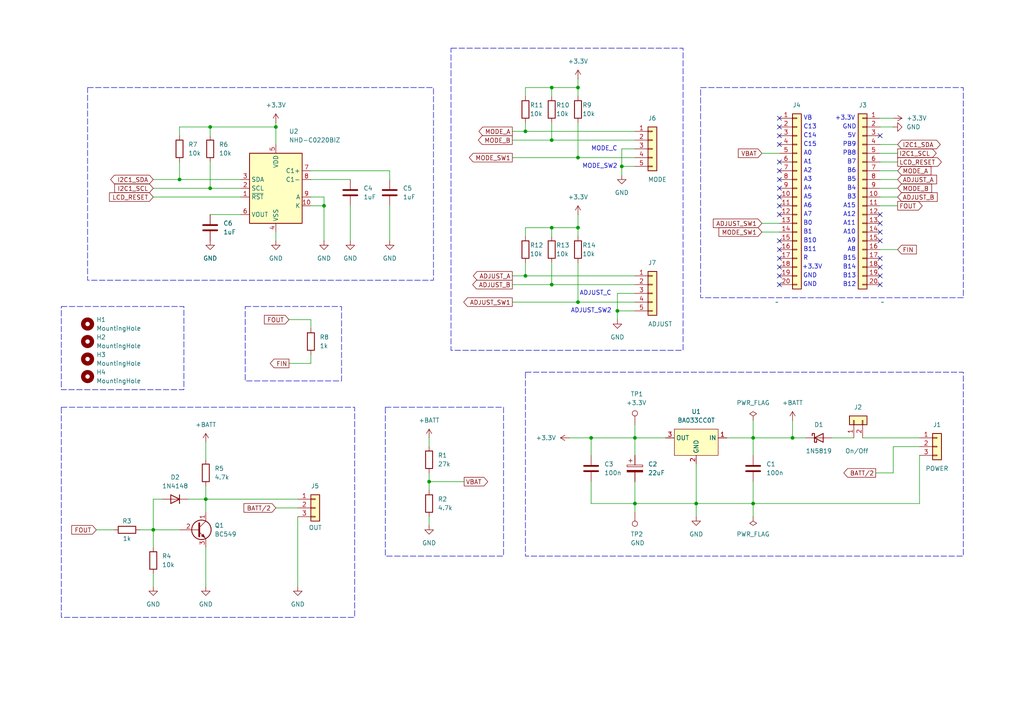
<source format=kicad_sch>
(kicad_sch (version 20231120) (generator "eeschema") (generator_version "8.0")
  (paper "A4")
  (lib_symbols
    (symbol "BA033:BA033CC0T"
      (property "Reference" "U" (at 0 3.81 0))
      (property "Value" "BA033CC0T" (at 6.35 -6.35 0))
      (symbol "BA033CC0T_0_1"
        (rectangle (start -6.35 2.54) (end 6.35 -5.08) (fill (type background)))
      )
      (symbol "BA033CC0T_1_1"
        (pin power_in line (at 8.89 0 180) (length 2.54) (name "IN") (number "1"))
        (pin power_in line (at 0 -7.62 90) (length 2.54) (name "GND") (number "2"))
        (pin power_out line (at -8.89 0 0) (length 2.54) (name "OUT") (number "3"))
      )
    )
    (symbol "Connector:TestPoint" (pin_numbers hide) (pin_names (offset 0.762) hide)
      (property "Reference" "TP" (at 0 6.858 0))
      (property "Value" "TestPoint" (at 0 5.08 0))
      (symbol "TestPoint_0_1"
        (circle (center 0 3.302) (radius 0.762))
      )
      (symbol "TestPoint_1_1"
        (pin passive line (at 0 0 90) (length 2.54) (name "1") (number "1"))
      )
    )
    (symbol "Connector_Generic:Conn_01x02" (pin_names (offset 1.016) hide)
      (property "Reference" "J" (at 0 2.54 0))
      (property "Value" "Conn_01x02" (at 0 -5.08 0))
      (symbol "Conn_01x02_1_1"
        (rectangle (start -1.27 -2.413) (end 0 -2.667) (stroke (width 0.1524)))
        (rectangle (start -1.27 0.127) (end 0 -0.127) (stroke (width 0.1524)))
        (rectangle (start -1.27 1.27) (end 1.27 -3.81) (stroke (width 0.254)) (fill (type background)))
        (pin passive line (at -5.08 0 0) (length 3.81) (name "Pin_1") (number "1"))
        (pin passive line (at -5.08 -2.54 0) (length 3.81) (name "Pin_2") (number "2"))
      )
    )
    (symbol "Connector_Generic:Conn_01x03" (pin_names (offset 1.016) hide)
      (property "Reference" "J" (at 0 5.08 0))
      (property "Value" "Conn_01x03" (at 0 -5.08 0))
      (symbol "Conn_01x03_1_1"
        (rectangle (start -1.27 -2.413) (end 0 -2.667) (stroke (width 0.1524)))
        (rectangle (start -1.27 0.127) (end 0 -0.127) (stroke (width 0.1524)))
        (rectangle (start -1.27 2.667) (end 0 2.413) (stroke (width 0.1524)))
        (rectangle (start -1.27 3.81) (end 1.27 -3.81) (stroke (width 0.254)) (fill (type background)))
        (pin passive line (at -5.08 2.54 0) (length 3.81) (name "Pin_1") (number "1"))
        (pin passive line (at -5.08 0 0) (length 3.81) (name "Pin_2") (number "2"))
        (pin passive line (at -5.08 -2.54 0) (length 3.81) (name "Pin_3") (number "3"))
      )
    )
    (symbol "Connector_Generic:Conn_01x05" (pin_names (offset 1.016) hide)
      (property "Reference" "J" (at 0 7.62 0))
      (property "Value" "Conn_01x05" (at 0 -7.62 0))
      (symbol "Conn_01x05_1_1"
        (rectangle (start -1.27 -4.953) (end 0 -5.207) (stroke (width 0.1524)))
        (rectangle (start -1.27 -2.413) (end 0 -2.667) (stroke (width 0.1524)))
        (rectangle (start -1.27 0.127) (end 0 -0.127) (stroke (width 0.1524)))
        (rectangle (start -1.27 2.667) (end 0 2.413) (stroke (width 0.1524)))
        (rectangle (start -1.27 5.207) (end 0 4.953) (stroke (width 0.1524)))
        (rectangle (start -1.27 6.35) (end 1.27 -6.35) (stroke (width 0.254)) (fill (type background)))
        (pin passive line (at -5.08 5.08 0) (length 3.81) (name "Pin_1") (number "1"))
        (pin passive line (at -5.08 2.54 0) (length 3.81) (name "Pin_2") (number "2"))
        (pin passive line (at -5.08 0 0) (length 3.81) (name "Pin_3") (number "3"))
        (pin passive line (at -5.08 -2.54 0) (length 3.81) (name "Pin_4") (number "4"))
        (pin passive line (at -5.08 -5.08 0) (length 3.81) (name "Pin_5") (number "5"))
      )
    )
    (symbol "Connector_Generic:Conn_01x20" (pin_names (offset 1.016) hide)
      (property "Reference" "J" (at 0 25.4 0))
      (property "Value" "Conn_01x20" (at 0 -27.94 0))
      (symbol "Conn_01x20_1_1"
        (rectangle (start -1.27 -25.273) (end 0 -25.527) (stroke (width 0.1524)))
        (rectangle (start -1.27 -22.733) (end 0 -22.987) (stroke (width 0.1524)))
        (rectangle (start -1.27 -20.193) (end 0 -20.447) (stroke (width 0.1524)))
        (rectangle (start -1.27 -17.653) (end 0 -17.907) (stroke (width 0.1524)))
        (rectangle (start -1.27 -15.113) (end 0 -15.367) (stroke (width 0.1524)))
        (rectangle (start -1.27 -12.573) (end 0 -12.827) (stroke (width 0.1524)))
        (rectangle (start -1.27 -10.033) (end 0 -10.287) (stroke (width 0.1524)))
        (rectangle (start -1.27 -7.493) (end 0 -7.747) (stroke (width 0.1524)))
        (rectangle (start -1.27 -4.953) (end 0 -5.207) (stroke (width 0.1524)))
        (rectangle (start -1.27 -2.413) (end 0 -2.667) (stroke (width 0.1524)))
        (rectangle (start -1.27 0.127) (end 0 -0.127) (stroke (width 0.1524)))
        (rectangle (start -1.27 2.667) (end 0 2.413) (stroke (width 0.1524)))
        (rectangle (start -1.27 5.207) (end 0 4.953) (stroke (width 0.1524)))
        (rectangle (start -1.27 7.747) (end 0 7.493) (stroke (width 0.1524)))
        (rectangle (start -1.27 10.287) (end 0 10.033) (stroke (width 0.1524)))
        (rectangle (start -1.27 12.827) (end 0 12.573) (stroke (width 0.1524)))
        (rectangle (start -1.27 15.367) (end 0 15.113) (stroke (width 0.1524)))
        (rectangle (start -1.27 17.907) (end 0 17.653) (stroke (width 0.1524)))
        (rectangle (start -1.27 20.447) (end 0 20.193) (stroke (width 0.1524)))
        (rectangle (start -1.27 22.987) (end 0 22.733) (stroke (width 0.1524)))
        (rectangle (start -1.27 24.13) (end 1.27 -26.67) (stroke (width 0.254)) (fill (type background)))
        (pin passive line (at -5.08 22.86 0) (length 3.81) (name "Pin_1") (number "1"))
        (pin passive line (at -5.08 0 0) (length 3.81) (name "Pin_10") (number "10"))
        (pin passive line (at -5.08 -2.54 0) (length 3.81) (name "Pin_11") (number "11"))
        (pin passive line (at -5.08 -5.08 0) (length 3.81) (name "Pin_12") (number "12"))
        (pin passive line (at -5.08 -7.62 0) (length 3.81) (name "Pin_13") (number "13"))
        (pin passive line (at -5.08 -10.16 0) (length 3.81) (name "Pin_14") (number "14"))
        (pin passive line (at -5.08 -12.7 0) (length 3.81) (name "Pin_15") (number "15"))
        (pin passive line (at -5.08 -15.24 0) (length 3.81) (name "Pin_16") (number "16"))
        (pin passive line (at -5.08 -17.78 0) (length 3.81) (name "Pin_17") (number "17"))
        (pin passive line (at -5.08 -20.32 0) (length 3.81) (name "Pin_18") (number "18"))
        (pin passive line (at -5.08 -22.86 0) (length 3.81) (name "Pin_19") (number "19"))
        (pin passive line (at -5.08 20.32 0) (length 3.81) (name "Pin_2") (number "2"))
        (pin passive line (at -5.08 -25.4 0) (length 3.81) (name "Pin_20") (number "20"))
        (pin passive line (at -5.08 17.78 0) (length 3.81) (name "Pin_3") (number "3"))
        (pin passive line (at -5.08 15.24 0) (length 3.81) (name "Pin_4") (number "4"))
        (pin passive line (at -5.08 12.7 0) (length 3.81) (name "Pin_5") (number "5"))
        (pin passive line (at -5.08 10.16 0) (length 3.81) (name "Pin_6") (number "6"))
        (pin passive line (at -5.08 7.62 0) (length 3.81) (name "Pin_7") (number "7"))
        (pin passive line (at -5.08 5.08 0) (length 3.81) (name "Pin_8") (number "8"))
        (pin passive line (at -5.08 2.54 0) (length 3.81) (name "Pin_9") (number "9"))
      )
    )
    (symbol "Device:C" (pin_numbers hide) (pin_names (offset 0.254))
      (property "Reference" "C" (at 0.635 2.54 0))
      (property "Value" "C" (at 0.635 -2.54 0))
      (symbol "C_0_1"
        (polyline (pts (xy -2.032 -0.762) (xy 2.032 -0.762)) (stroke (width 0.508)))
        (polyline (pts (xy -2.032 0.762) (xy 2.032 0.762)) (stroke (width 0.508)))
      )
      (symbol "C_1_1"
        (pin passive line (at 0 3.81 270) (length 2.794) (name "~") (number "1"))
        (pin passive line (at 0 -3.81 90) (length 2.794) (name "~") (number "2"))
      )
    )
    (symbol "Device:C_Polarized" (pin_numbers hide) (pin_names (offset 0.254))
      (property "Reference" "C" (at 0.635 2.54 0))
      (property "Value" "C_Polarized" (at 0.635 -2.54 0))
      (symbol "C_Polarized_0_1"
        (rectangle (start -2.286 0.508) (end 2.286 1.016))
        (polyline (pts (xy -1.778 2.286) (xy -0.762 2.286)))
        (polyline (pts (xy -1.27 2.794) (xy -1.27 1.778)))
        (rectangle (start 2.286 -0.508) (end -2.286 -1.016) (fill (type outline)))
      )
      (symbol "C_Polarized_1_1"
        (pin passive line (at 0 3.81 270) (length 2.794) (name "~") (number "1"))
        (pin passive line (at 0 -3.81 90) (length 2.794) (name "~") (number "2"))
      )
    )
    (symbol "Device:R" (pin_numbers hide) (pin_names (offset 0))
      (property "Reference" "R" (at 2.032 0 90))
      (property "Value" "R" (at 0 0 90))
      (symbol "R_0_1"
        (rectangle (start -1.016 -2.54) (end 1.016 2.54) (stroke (width 0.254)))
      )
      (symbol "R_1_1"
        (pin passive line (at 0 3.81 270) (length 1.27) (name "~") (number "1"))
        (pin passive line (at 0 -3.81 90) (length 1.27) (name "~") (number "2"))
      )
    )
    (symbol "Diode:1N4148" (pin_numbers hide) (pin_names hide)
      (property "Reference" "D" (at 0 2.54 0))
      (property "Value" "1N4148" (at 0 -2.54 0))
      (symbol "1N4148_0_1"
        (polyline (pts (xy -1.27 1.27) (xy -1.27 -1.27)) (stroke (width 0.254)))
        (polyline (pts (xy 1.27 0) (xy -1.27 0)))
        (polyline (pts (xy 1.27 1.27) (xy 1.27 -1.27) (xy -1.27 0) (xy 1.27 1.27)) (stroke (width 0.254)))
      )
      (symbol "1N4148_1_1"
        (pin passive line (at -3.81 0 0) (length 2.54) (name "K") (number "1"))
        (pin passive line (at 3.81 0 180) (length 2.54) (name "A") (number "2"))
      )
    )
    (symbol "Diode:1N5819" (pin_numbers hide) (pin_names (offset 1.016) hide)
      (property "Reference" "D" (at 0 2.54 0))
      (property "Value" "1N5819" (at 0 -2.54 0))
      (symbol "1N5819_0_1"
        (polyline (pts (xy 1.27 0) (xy -1.27 0)))
        (polyline (pts (xy 1.27 1.27) (xy 1.27 -1.27) (xy -1.27 0) (xy 1.27 1.27)) (stroke (width 0.254)))
        (polyline (pts (xy -1.905 0.635) (xy -1.905 1.27) (xy -1.27 1.27) (xy -1.27 -1.27) (xy -0.635 -1.27) (xy -0.635 -0.635)) (stroke (width 0.254)))
      )
      (symbol "1N5819_1_1"
        (pin passive line (at -3.81 0 0) (length 2.54) (name "K") (number "1"))
        (pin passive line (at 3.81 0 180) (length 2.54) (name "A") (number "2"))
      )
    )
    (symbol "Display_Character:NHD-C0220BIZ"
      (property "Reference" "U" (at -6.35 11.43 0))
      (property "Value" "NHD-C0220BIZ" (at 8.89 11.43 0))
      (symbol "NHD-C0220BIZ_0_1"
        (rectangle (start -7.62 10.16) (end 7.62 -10.16) (stroke (width 0.254)) (fill (type background)))
      )
      (symbol "NHD-C0220BIZ_1_1"
        (pin input line (at -10.16 -2.54 0) (length 2.54) (name "~{RST}") (number "1"))
        (pin passive line (at 10.16 -5.08 180) (length 2.54) (name "K") (number "10"))
        (pin input line (at -10.16 0 0) (length 2.54) (name "SCL") (number "2"))
        (pin bidirectional line (at -10.16 2.54 0) (length 2.54) (name "SDA") (number "3"))
        (pin power_in line (at 0 -12.7 90) (length 2.54) (name "VSS") (number "4"))
        (pin power_in line (at 0 12.7 270) (length 2.54) (name "VDD") (number "5"))
        (pin passive line (at -10.16 -7.62 0) (length 2.54) (name "VOUT") (number "6"))
        (pin passive line (at 10.16 5.08 180) (length 2.54) (name "C1+") (number "7"))
        (pin passive line (at 10.16 2.54 180) (length 2.54) (name "C1-") (number "8"))
        (pin passive line (at 10.16 -2.54 180) (length 2.54) (name "A") (number "9"))
      )
    )
    (symbol "Mechanical:MountingHole" (pin_names (offset 1.016)) (exclude_from_sim yes) (in_bom no)
      (property "Reference" "H" (at 0 5.08 0))
      (property "Value" "MountingHole" (at 0 3.175 0))
      (symbol "MountingHole_0_1"
        (circle (center 0 0) (radius 1.27) (stroke (width 1.27)))
      )
    )
    (symbol "Transistor_BJT:BC549" (pin_names (offset 0) hide)
      (property "Reference" "Q" (at 5.08 1.905 0))
      (property "Value" "BC549" (at 5.08 0 0))
      (symbol "BC549_0_1"
        (polyline (pts (xy 0 0) (xy 0.635 0)))
        (polyline (pts (xy 0.635 0.635) (xy 2.54 2.54)))
        (polyline (pts (xy 0.635 -0.635) (xy 2.54 -2.54) (xy 2.54 -2.54)))
        (polyline (pts (xy 0.635 1.905) (xy 0.635 -1.905) (xy 0.635 -1.905)) (stroke (width 0.508)))
        (polyline (pts (xy 1.27 -1.778) (xy 1.778 -1.27) (xy 2.286 -2.286) (xy 1.27 -1.778) (xy 1.27 -1.778)) (fill (type outline)))
        (circle (center 1.27 0) (radius 2.8194) (stroke (width 0.254)))
      )
      (symbol "BC549_1_1"
        (pin passive line (at 2.54 5.08 270) (length 2.54) (name "C") (number "1"))
        (pin input line (at -5.08 0 0) (length 5.08) (name "B") (number "2"))
        (pin passive line (at 2.54 -5.08 90) (length 2.54) (name "E") (number "3"))
      )
    )
    (symbol "power:+3.3V" (power) (pin_numbers hide) (pin_names (offset 0) hide)
      (property "Value" "+3.3V" (at 0 3.556 0))
      (symbol "+3.3V_0_1"
        (polyline (pts (xy -0.762 1.27) (xy 0 2.54)))
        (polyline (pts (xy 0 0) (xy 0 2.54)))
        (polyline (pts (xy 0 2.54) (xy 0.762 1.27)))
      )
      (symbol "+3.3V_1_1"
        (pin power_in line (at 0 0 90) (length 0) (name "~") (number "1"))
      )
    )
    (symbol "power:+BATT" (power) (pin_numbers hide) (pin_names (offset 0) hide)
      (property "Value" "+BATT" (at 0 3.556 0))
      (symbol "+BATT_0_1"
        (polyline (pts (xy -0.762 1.27) (xy 0 2.54)))
        (polyline (pts (xy 0 0) (xy 0 2.54)))
        (polyline (pts (xy 0 2.54) (xy 0.762 1.27)))
      )
      (symbol "+BATT_1_1"
        (pin power_in line (at 0 0 90) (length 0) (name "~") (number "1"))
      )
    )
    (symbol "power:GND" (power) (pin_numbers hide) (pin_names (offset 0) hide)
      (property "Value" "GND" (at 0 -3.81 0))
      (symbol "GND_0_1"
        (polyline (pts (xy 0 0) (xy 0 -1.27) (xy 1.27 -1.27) (xy 0 -2.54) (xy -1.27 -1.27) (xy 0 -1.27)))
      )
      (symbol "GND_1_1"
        (pin power_in line (at 0 0 270) (length 0) (name "~") (number "1"))
      )
    )
    (symbol "power:PWR_FLAG" (power) (pin_numbers hide) (pin_names (offset 0) hide)
      (property "Value" "PWR_FLAG" (at 0 3.81 0))
      (symbol "PWR_FLAG_0_0"
        (pin power_out line (at 0 0 90) (length 0) (name "~") (number "1"))
      )
      (symbol "PWR_FLAG_0_1"
        (polyline (pts (xy 0 0) (xy 0 1.27) (xy -1.016 1.905) (xy 0 2.54) (xy 1.016 1.905) (xy 0 1.27)))
      )
    )
  )
  (junction (at 180.34 48.26))
  (junction (at 160.02 40.64))
  (junction (at 60.96 54.61))
  (junction (at 160.02 25.4))
  (junction (at 167.64 45.72))
  (junction (at 201.93 146.05))
  (junction (at 184.15 146.05))
  (junction (at 160.02 82.55))
  (junction (at 60.96 36.83))
  (junction (at 44.45 153.67))
  (junction (at 167.64 25.4))
  (junction (at 80.01 36.83))
  (junction (at 229.87 127))
  (junction (at 171.45 127))
  (junction (at 124.46 139.7))
  (junction (at 179.07 90.17))
  (junction (at 59.69 144.78))
  (junction (at 52.07 52.07))
  (junction (at 152.4 80.01))
  (junction (at 218.44 127))
  (junction (at 152.4 38.1))
  (junction (at 93.98 59.69))
  (junction (at 167.64 66.04))
  (junction (at 218.44 146.05))
  (junction (at 167.64 87.63))
  (junction (at 160.02 66.04))
  (junction (at 184.15 127))
  (no_connect (at 226.06 39.37))
  (no_connect (at 226.06 36.83))
  (no_connect (at 226.06 52.07))
  (no_connect (at 226.06 62.23))
  (no_connect (at 255.27 69.85))
  (no_connect (at 255.27 64.77))
  (no_connect (at 255.27 77.47))
  (no_connect (at 226.06 34.29))
  (no_connect (at 226.06 80.01))
  (no_connect (at 226.06 59.69))
  (no_connect (at 255.27 80.01))
  (no_connect (at 255.27 74.93))
  (no_connect (at 255.27 62.23))
  (no_connect (at 255.27 82.55))
  (no_connect (at 255.27 39.37))
  (no_connect (at 226.06 54.61))
  (no_connect (at 226.06 77.47))
  (no_connect (at 226.06 46.99))
  (no_connect (at 226.06 57.15))
  (no_connect (at 226.06 72.39))
  (no_connect (at 255.27 67.31))
  (no_connect (at 226.06 82.55))
  (no_connect (at 226.06 49.53))
  (no_connect (at 226.06 69.85))
  (no_connect (at 226.06 41.91))
  (no_connect (at 226.06 74.93))
  (wire (pts (xy 44.45 144.78) (xy 46.99 144.78)))
  (wire (pts (xy 148.59 82.55) (xy 160.02 82.55)))
  (wire (pts (xy 167.64 45.72) (xy 184.15 45.72)))
  (wire (pts (xy 152.4 76.2) (xy 152.4 80.01)))
  (wire (pts (xy 90.17 105.41) (xy 90.17 102.87)))
  (wire (pts (xy 60.96 36.83) (xy 52.07 36.83)))
  (wire (pts (xy 184.15 139.7) (xy 184.15 146.05)))
  (wire (pts (xy 160.02 76.2) (xy 160.02 82.55)))
  (wire (pts (xy 255.27 57.15) (xy 260.35 57.15)))
  (wire (pts (xy 259.08 137.16) (xy 254 137.16)))
  (wire (pts (xy 255.27 44.45) (xy 260.35 44.45)))
  (wire (pts (xy 80.01 35.56) (xy 80.01 36.83)))
  (wire (pts (xy 60.96 46.99) (xy 60.96 54.61)))
  (wire (pts (xy 184.15 123.19) (xy 184.15 127)))
  (wire (pts (xy 44.45 144.78) (xy 44.45 153.67)))
  (wire (pts (xy 90.17 92.71) (xy 90.17 95.25)))
  (wire (pts (xy 184.15 146.05) (xy 201.93 146.05)))
  (wire (pts (xy 90.17 52.07) (xy 101.6 52.07)))
  (wire (pts (xy 160.02 66.04) (xy 152.4 66.04)))
  (wire (pts (xy 80.01 36.83) (xy 60.96 36.83)))
  (wire (pts (xy 60.96 36.83) (xy 60.96 39.37)))
  (wire (pts (xy 124.46 139.7) (xy 124.46 142.24)))
  (wire (pts (xy 255.27 36.83) (xy 259.08 36.83)))
  (wire (pts (xy 152.4 25.4) (xy 160.02 25.4)))
  (wire (pts (xy 165.1 127) (xy 171.45 127)))
  (wire (pts (xy 218.44 146.05) (xy 266.7 146.05)))
  (wire (pts (xy 83.82 105.41) (xy 90.17 105.41)))
  (wire (pts (xy 171.45 146.05) (xy 184.15 146.05)))
  (wire (pts (xy 148.59 80.01) (xy 152.4 80.01)))
  (wire (pts (xy 160.02 25.4) (xy 160.02 27.94)))
  (wire (pts (xy 59.69 140.97) (xy 59.69 144.78)))
  (wire (pts (xy 90.17 49.53) (xy 113.03 49.53)))
  (wire (pts (xy 86.36 149.86) (xy 86.36 170.18)))
  (wire (pts (xy 167.64 66.04) (xy 167.64 68.58)))
  (wire (pts (xy 124.46 139.7) (xy 134.62 139.7)))
  (wire (pts (xy 241.3 127) (xy 247.65 127)))
  (wire (pts (xy 218.44 127) (xy 218.44 132.08)))
  (wire (pts (xy 59.69 144.78) (xy 86.36 144.78)))
  (wire (pts (xy 266.7 129.54) (xy 259.08 129.54)))
  (wire (pts (xy 160.02 25.4) (xy 167.64 25.4)))
  (wire (pts (xy 255.27 49.53) (xy 260.35 49.53)))
  (wire (pts (xy 167.64 87.63) (xy 184.15 87.63)))
  (wire (pts (xy 201.93 134.62) (xy 201.93 146.05)))
  (wire (pts (xy 52.07 46.99) (xy 52.07 52.07)))
  (wire (pts (xy 152.4 27.94) (xy 152.4 25.4)))
  (wire (pts (xy 255.27 52.07) (xy 260.35 52.07)))
  (wire (pts (xy 220.98 44.45) (xy 226.06 44.45)))
  (wire (pts (xy 59.69 128.27) (xy 59.69 133.35)))
  (wire (pts (xy 229.87 127) (xy 233.68 127)))
  (wire (pts (xy 27.94 153.67) (xy 33.02 153.67)))
  (wire (pts (xy 180.34 43.18) (xy 180.34 48.26)))
  (wire (pts (xy 184.15 85.09) (xy 179.07 85.09)))
  (wire (pts (xy 90.17 57.15) (xy 93.98 57.15)))
  (wire (pts (xy 148.59 40.64) (xy 160.02 40.64)))
  (wire (pts (xy 93.98 59.69) (xy 93.98 69.85)))
  (wire (pts (xy 90.17 59.69) (xy 93.98 59.69)))
  (wire (pts (xy 148.59 87.63) (xy 167.64 87.63)))
  (wire (pts (xy 40.64 153.67) (xy 44.45 153.67)))
  (wire (pts (xy 171.45 127) (xy 184.15 127)))
  (wire (pts (xy 167.64 62.23) (xy 167.64 66.04)))
  (wire (pts (xy 167.64 35.56) (xy 167.64 45.72)))
  (wire (pts (xy 160.02 40.64) (xy 184.15 40.64)))
  (wire (pts (xy 93.98 57.15) (xy 93.98 59.69)))
  (wire (pts (xy 59.69 158.75) (xy 59.69 170.18)))
  (wire (pts (xy 167.64 76.2) (xy 167.64 87.63)))
  (wire (pts (xy 218.44 121.92) (xy 218.44 127)))
  (wire (pts (xy 80.01 36.83) (xy 80.01 41.91)))
  (wire (pts (xy 152.4 66.04) (xy 152.4 68.58)))
  (wire (pts (xy 124.46 137.16) (xy 124.46 139.7)))
  (wire (pts (xy 54.61 144.78) (xy 59.69 144.78)))
  (wire (pts (xy 60.96 54.61) (xy 69.85 54.61)))
  (wire (pts (xy 160.02 82.55) (xy 184.15 82.55)))
  (wire (pts (xy 52.07 36.83) (xy 52.07 39.37)))
  (wire (pts (xy 44.45 54.61) (xy 60.96 54.61)))
  (wire (pts (xy 80.01 69.85) (xy 80.01 67.31)))
  (wire (pts (xy 152.4 35.56) (xy 152.4 38.1)))
  (wire (pts (xy 179.07 85.09) (xy 179.07 90.17)))
  (wire (pts (xy 255.27 34.29) (xy 259.08 34.29)))
  (wire (pts (xy 52.07 52.07) (xy 69.85 52.07)))
  (wire (pts (xy 250.19 127) (xy 266.7 127)))
  (wire (pts (xy 184.15 146.05) (xy 184.15 148.59)))
  (wire (pts (xy 148.59 45.72) (xy 167.64 45.72)))
  (wire (pts (xy 180.34 48.26) (xy 184.15 48.26)))
  (wire (pts (xy 255.27 46.99) (xy 260.35 46.99)))
  (wire (pts (xy 60.96 62.23) (xy 69.85 62.23)))
  (wire (pts (xy 171.45 127) (xy 171.45 132.08)))
  (wire (pts (xy 201.93 146.05) (xy 201.93 149.86)))
  (wire (pts (xy 113.03 49.53) (xy 113.03 52.07)))
  (wire (pts (xy 167.64 22.86) (xy 167.64 25.4)))
  (wire (pts (xy 179.07 90.17) (xy 179.07 92.71)))
  (wire (pts (xy 152.4 80.01) (xy 184.15 80.01)))
  (wire (pts (xy 167.64 66.04) (xy 160.02 66.04)))
  (wire (pts (xy 255.27 59.69) (xy 260.35 59.69)))
  (wire (pts (xy 44.45 52.07) (xy 52.07 52.07)))
  (wire (pts (xy 184.15 127) (xy 184.15 132.08)))
  (wire (pts (xy 152.4 38.1) (xy 184.15 38.1)))
  (wire (pts (xy 179.07 90.17) (xy 184.15 90.17)))
  (wire (pts (xy 83.82 92.71) (xy 90.17 92.71)))
  (wire (pts (xy 86.36 147.32) (xy 80.01 147.32)))
  (wire (pts (xy 259.08 129.54) (xy 259.08 137.16)))
  (wire (pts (xy 167.64 25.4) (xy 167.64 27.94)))
  (wire (pts (xy 220.98 64.77) (xy 226.06 64.77)))
  (wire (pts (xy 255.27 41.91) (xy 260.35 41.91)))
  (wire (pts (xy 184.15 127) (xy 193.04 127)))
  (wire (pts (xy 266.7 146.05) (xy 266.7 132.08)))
  (wire (pts (xy 171.45 139.7) (xy 171.45 146.05)))
  (wire (pts (xy 44.45 57.15) (xy 69.85 57.15)))
  (wire (pts (xy 255.27 72.39) (xy 260.35 72.39)))
  (wire (pts (xy 218.44 127) (xy 229.87 127)))
  (wire (pts (xy 124.46 149.86) (xy 124.46 152.4)))
  (wire (pts (xy 44.45 153.67) (xy 44.45 158.75)))
  (wire (pts (xy 160.02 35.56) (xy 160.02 40.64)))
  (wire (pts (xy 124.46 127) (xy 124.46 129.54)))
  (wire (pts (xy 210.82 127) (xy 218.44 127)))
  (wire (pts (xy 44.45 153.67) (xy 52.07 153.67)))
  (wire (pts (xy 160.02 66.04) (xy 160.02 68.58)))
  (wire (pts (xy 113.03 59.69) (xy 113.03 69.85)))
  (wire (pts (xy 255.27 54.61) (xy 260.35 54.61)))
  (wire (pts (xy 101.6 59.69) (xy 101.6 69.85)))
  (wire (pts (xy 229.87 121.92) (xy 229.87 127)))
  (wire (pts (xy 184.15 43.18) (xy 180.34 43.18)))
  (wire (pts (xy 218.44 146.05) (xy 218.44 149.86)))
  (wire (pts (xy 180.34 48.26) (xy 180.34 50.8)))
  (wire (pts (xy 220.98 67.31) (xy 226.06 67.31)))
  (wire (pts (xy 59.69 144.78) (xy 59.69 148.59)))
  (wire (pts (xy 44.45 166.37) (xy 44.45 170.18)))
  (wire (pts (xy 148.59 38.1) (xy 152.4 38.1)))
  (wire (pts (xy 218.44 139.7) (xy 218.44 146.05)))
  (wire (pts (xy 201.93 146.05) (xy 218.44 146.05)))
  (rectangle (start 17.78 88.9) (end 53.34 113.03) (stroke (width 0) (type dash)))
  (rectangle (start 25.4 25.4) (end 125.73 81.28) (stroke (width 0) (type dash)))
  (rectangle (start 71.12 88.9) (end 99.06 110.49) (stroke (width 0) (type dash)))
  (rectangle (start 111.76 118.11) (end 146.05 161.29) (stroke (width 0) (type dash)))
  (rectangle (start 130.81 13.97) (end 198.12 101.6) (stroke (width 0) (type dash)))
  (rectangle (start 152.4 107.95) (end 279.4 161.29) (stroke (width 0) (type dash)))
  (rectangle (start 17.78 118.11) (end 102.87 179.07) (stroke (width 0) (type dash)))
  (rectangle (start 203.2 25.4) (end 279.4 86.36) (stroke (width 0) (type dash)))
  (text "A10" (at 246.38 67.31 0) (effects (font (size 1.27 1.27))))
  (text "B1" (at 234.315 67.31 0) (effects (font (size 1.27 1.27))))
  (text "A0" (at 234.315 44.45 0) (effects (font (size 1.27 1.27))))
  (text "A15" (at 246.38 59.69 0) (effects (font (size 1.27 1.27))))
  (text "A4" (at 234.315 54.61 0) (effects (font (size 1.27 1.27))))
  (text "B5" (at 247.015 52.07 0) (effects (font (size 1.27 1.27))))
  (text "C15" (at 234.95 41.91 0) (effects (font (size 1.27 1.27))))
  (text "MODE_SW2" (at 173.99 48.26 0) (effects (font (size 1.27 1.27))))
  (text "GND" (at 234.95 80.01 0) (effects (font (size 1.27 1.27))))
  (text "ADJUST_SW2" (at 171.45 90.17 0) (effects (font (size 1.27 1.27))))
  (text "A3" (at 234.315 52.07 0) (effects (font (size 1.27 1.27))))
  (text "B3" (at 247.015 57.15 0) (effects (font (size 1.27 1.27))))
  (text "B12" (at 246.38 82.55 0) (effects (font (size 1.27 1.27))))
  (text "A1" (at 234.315 46.99 0) (effects (font (size 1.27 1.27))))
  (text "PB9" (at 246.38 41.91 0) (effects (font (size 1.27 1.27))))
  (text "C14" (at 234.95 39.37 0) (effects (font (size 1.27 1.27))))
  (text "A9" (at 247.015 69.85 0) (effects (font (size 1.27 1.27))))
  (text "A5" (at 234.315 57.15 0) (effects (font (size 1.27 1.27))))
  (text "B6" (at 247.015 49.53 0) (effects (font (size 1.27 1.27))))
  (text "+3.3V" (at 235.585 77.47 0) (effects (font (size 1.27 1.27))))
  (text "+3.3V" (at 245.11 34.29 0) (effects (font (size 1.27 1.27))))
  (text "B10" (at 234.95 69.85 0) (effects (font (size 1.27 1.27))))
  (text "R" (at 233.68 74.93 0) (effects (font (size 1.27 1.27))))
  (text "MODE_C" (at 175.26 43.18 0) (effects (font (size 1.27 1.27))))
  (text "A8" (at 247.015 72.39 0) (effects (font (size 1.27 1.27))))
  (text "ADJUST_C" (at 172.72 85.09 0) (effects (font (size 1.27 1.27))))
  (text "GND" (at 234.95 82.55 0) (effects (font (size 1.27 1.27))))
  (text "B14" (at 246.38 77.47 0) (effects (font (size 1.27 1.27))))
  (text "B11" (at 234.95 72.39 0) (effects (font (size 1.27 1.27))))
  (text "C13" (at 234.95 36.83 0) (effects (font (size 1.27 1.27))))
  (text "A12" (at 246.38 62.23 0) (effects (font (size 1.27 1.27))))
  (text "A6" (at 234.315 59.69 0) (effects (font (size 1.27 1.27))))
  (text "B13" (at 246.38 80.01 0) (effects (font (size 1.27 1.27))))
  (text "VB" (at 234.315 34.29 0) (effects (font (size 1.27 1.27))))
  (text "B7" (at 247.015 46.99 0) (effects (font (size 1.27 1.27))))
  (text "5V" (at 247.015 39.37 0) (effects (font (size 1.27 1.27))))
  (text "PB8" (at 246.38 44.45 0) (effects (font (size 1.27 1.27))))
  (text "A7" (at 234.315 62.23 0) (effects (font (size 1.27 1.27))))
  (text "A11" (at 246.38 64.77 0) (effects (font (size 1.27 1.27))))
  (text "B4" (at 247.015 54.61 0) (effects (font (size 1.27 1.27))))
  (text "A2" (at 234.315 49.53 0) (effects (font (size 1.27 1.27))))
  (text "GND" (at 246.38 36.83 0) (effects (font (size 1.27 1.27))))
  (text "B15" (at 246.38 74.93 0) (effects (font (size 1.27 1.27))))
  (text "B0" (at 234.315 64.77 0) (effects (font (size 1.27 1.27))))
  (global_label "I2C1_SDA" (shape bidirectional) (at 44.45 52.07 180) (property "Intersheetrefs" "${INTERSHEET_REFS}" (effects (hide yes))))
  (global_label "I2C1_SCL" (shape output) (at 260.35 44.45 0) (property "Intersheetrefs" "${INTERSHEET_REFS}" (effects (hide yes))))
  (global_label "ADJUST_B" (shape input) (at 260.35 57.15 0) (property "Intersheetrefs" "${INTERSHEET_REFS}" (effects (hide yes))))
  (global_label "ADJUST_B" (shape output) (at 148.59 82.55 180) (property "Intersheetrefs" "${INTERSHEET_REFS}" (effects (hide yes))))
  (global_label "I2C1_SDA" (shape bidirectional) (at 260.35 41.91 0) (property "Intersheetrefs" "${INTERSHEET_REFS}" (effects (hide yes))))
  (global_label "FOUT" (shape input) (at 27.94 153.67 180) (property "Intersheetrefs" "${INTERSHEET_REFS}" (effects (hide yes))))
  (global_label "MODE_A" (shape output) (at 148.59 38.1 180) (property "Intersheetrefs" "${INTERSHEET_REFS}" (effects (hide yes))))
  (global_label "I2C1_SCL" (shape input) (at 44.45 54.61 180) (property "Intersheetrefs" "${INTERSHEET_REFS}" (effects (hide yes))))
  (global_label "FIN" (shape input) (at 260.35 72.39 0) (property "Intersheetrefs" "${INTERSHEET_REFS}" (effects (hide yes))))
  (global_label "LCD_RESET" (shape input) (at 44.45 57.15 180) (property "Intersheetrefs" "${INTERSHEET_REFS}" (effects (hide yes))))
  (global_label "BATT{slash}2" (shape output) (at 254 137.16 180) (property "Intersheetrefs" "${INTERSHEET_REFS}" (effects (hide yes))))
  (global_label "MODE_B" (shape output) (at 148.59 40.64 180) (property "Intersheetrefs" "${INTERSHEET_REFS}" (effects (hide yes))))
  (global_label "BATT{slash}2" (shape input) (at 80.01 147.32 180) (property "Intersheetrefs" "${INTERSHEET_REFS}" (effects (hide yes))))
  (global_label "ADJUST_A" (shape output) (at 148.59 80.01 180) (property "Intersheetrefs" "${INTERSHEET_REFS}" (effects (hide yes))))
  (global_label "MODE_A" (shape input) (at 260.35 49.53 0) (property "Intersheetrefs" "${INTERSHEET_REFS}" (effects (hide yes))))
  (global_label "ADJUST_A" (shape input) (at 260.35 52.07 0) (property "Intersheetrefs" "${INTERSHEET_REFS}" (effects (hide yes))))
  (global_label "FOUT" (shape input) (at 83.82 92.71 180) (property "Intersheetrefs" "${INTERSHEET_REFS}" (effects (hide yes))))
  (global_label "VBAT" (shape input) (at 220.98 44.45 180) (property "Intersheetrefs" "${INTERSHEET_REFS}" (effects (hide yes))))
  (global_label "VBAT" (shape output) (at 134.62 139.7 0) (property "Intersheetrefs" "${INTERSHEET_REFS}" (effects (hide yes))))
  (global_label "FIN" (shape output) (at 83.82 105.41 180) (property "Intersheetrefs" "${INTERSHEET_REFS}" (effects (hide yes))))
  (global_label "ADJUST_SW1" (shape output) (at 148.59 87.63 180) (property "Intersheetrefs" "${INTERSHEET_REFS}" (effects (hide yes))))
  (global_label "MODE_B" (shape input) (at 260.35 54.61 0) (property "Intersheetrefs" "${INTERSHEET_REFS}" (effects (hide yes))))
  (global_label "MODE_SW1" (shape input) (at 220.98 67.31 180) (property "Intersheetrefs" "${INTERSHEET_REFS}" (effects (hide yes))))
  (global_label "FOUT" (shape output) (at 260.35 59.69 0) (property "Intersheetrefs" "${INTERSHEET_REFS}" (effects (hide yes))))
  (global_label "ADJUST_SW1" (shape input) (at 220.98 64.77 180) (property "Intersheetrefs" "${INTERSHEET_REFS}" (effects (hide yes))))
  (global_label "LCD_RESET" (shape output) (at 260.35 46.99 0) (property "Intersheetrefs" "${INTERSHEET_REFS}" (effects (hide yes))))
  (global_label "MODE_SW1" (shape output) (at 148.59 45.72 180) (property "Intersheetrefs" "${INTERSHEET_REFS}" (effects (hide yes))))
  (symbol (lib_id "power:GND") (at 179.07 92.71 0) (unit 1)
    (property "Reference" "#PWR021" (effects (hide yes)))
    (property "Value" "GND" (at 179.07 97.79 0))
    (property "Description" "Power symbol creates a global label with name \"GND\" , ground" (effects (hide yes)))
  )
  (symbol (lib_id "Mechanical:MountingHole") (at 25.4 104.14 0) (unit 1) (exclude_from_sim yes) (in_bom no)
    (property "Reference" "H3" (at 27.94 102.8699 0) (effects (justify left)))
    (property "Value" "MountingHole" (at 27.94 105.4099 0) (effects (justify left)))
    (property "Footprint" "MountingHole:MountingHole_3.2mm_M3" (effects (hide yes)))
    (property "Description" "Mounting Hole without connection" (effects (hide yes)))
  )
  (symbol (lib_id "power:GND") (at 93.98 69.85 0) (unit 1)
    (property "Reference" "#PWR012" (effects (hide yes)))
    (property "Value" "GND" (at 93.98 74.93 0))
    (property "Description" "Power symbol creates a global label with name \"GND\" , ground" (effects (hide yes)))
  )
  (symbol (lib_id "Device:R") (at 124.46 146.05 0) (unit 1)
    (property "Reference" "R2" (at 127 144.7799 0) (effects (justify left)))
    (property "Value" "4.7k" (at 127 147.3199 0) (effects (justify left)))
    (property "Footprint" "Resistor_SMD:R_0805_2012Metric_Pad1.20x1.40mm_HandSolder" (effects (hide yes)))
    (property "Description" "Resistor" (effects (hide yes)))
  )
  (symbol (lib_id "Device:R") (at 36.83 153.67 90) (unit 1)
    (property "Reference" "R3" (at 36.83 151.13 90))
    (property "Value" "1k" (at 36.83 156.21 90))
    (property "Footprint" "Resistor_SMD:R_0805_2012Metric_Pad1.20x1.40mm_HandSolder" (effects (hide yes)))
    (property "Description" "Resistor" (effects (hide yes)))
  )
  (symbol (lib_id "Diode:1N4148") (at 50.8 144.78 180) (unit 1)
    (property "Reference" "D2" (at 50.8 138.43 0))
    (property "Value" "1N4148" (at 50.8 140.97 0))
    (property "Footprint" "Diode_THT:D_DO-35_SOD27_P7.62mm_Horizontal" (effects (hide yes)))
    (property "Datasheet" "https://assets.nexperia.com/documents/data-sheet/1N4148_1N4448.pdf" (effects (hide yes)))
    (property "Description" "100V 0.15A standard switching diode, DO-35" (effects (hide yes)))
    (property "Sim.Device" "D" (effects (hide yes)))
    (property "Sim.Pins" "1=K 2=A" (effects (hide yes)))
  )
  (symbol (lib_id "power:+3.3V") (at 167.64 62.23 0) (unit 1)
    (property "Reference" "#PWR020" (effects (hide yes)))
    (property "Value" "+3.3V" (at 167.64 57.15 0))
    (property "Description" "Power symbol creates a global label with name \"+3.3V\"" (effects (hide yes)))
  )
  (symbol (lib_id "Device:R") (at 52.07 43.18 0) (unit 1)
    (property "Reference" "R7" (at 54.61 41.9099 0) (effects (justify left)))
    (property "Value" "10k" (at 54.61 44.4499 0) (effects (justify left)))
    (property "Footprint" "Resistor_SMD:R_0805_2012Metric_Pad1.20x1.40mm_HandSolder" (effects (hide yes)))
    (property "Description" "Resistor" (effects (hide yes)))
  )
  (symbol (lib_id "Connector_Generic:Conn_01x20") (at 250.19 57.15 0) (mirror y) (unit 1)
    (property "Reference" "J3" (at 251.46 30.48 0) (effects (justify left)))
    (property "Value" "~" (at 256.54 87.63 0) (effects (justify left)))
    (property "Footprint" "Connector_PinHeader_2.54mm:PinHeader_1x20_P2.54mm_Vertical" (effects (hide yes)))
    (property "Description" "Generic connector, single row, 01x20, script generated (kicad-library-utils/schlib/autogen/connector/)" (effects (hide yes)))
  )
  (symbol (lib_id "power:+3.3V") (at 165.1 127 90) (unit 1)
    (property "Reference" "#PWR01" (effects (hide yes)))
    (property "Value" "+3.3V" (at 161.29 126.9999 90) (effects (justify left)))
    (property "Description" "Power symbol creates a global label with name \"+3.3V\"" (effects (hide yes)))
  )
  (symbol (lib_id "Connector:TestPoint") (at 184.15 148.59 180) (unit 1)
    (property "Reference" "TP2" (at 182.88 154.94 0) (effects (justify right)))
    (property "Value" "GND" (at 182.88 157.48 0) (effects (justify right)))
    (property "Footprint" "TestPoint:TestPoint_Pad_2.5x2.5mm" (effects (hide yes)))
    (property "Description" "test point" (effects (hide yes)))
  )
  (symbol (lib_id "power:GND") (at 80.01 69.85 0) (unit 1)
    (property "Reference" "#PWR015" (effects (hide yes)))
    (property "Value" "GND" (at 80.01 74.93 0))
    (property "Description" "Power symbol creates a global label with name \"GND\" , ground" (effects (hide yes)))
  )
  (symbol (lib_id "Device:R") (at 44.45 162.56 180) (unit 1)
    (property "Reference" "R4" (at 46.99 161.2899 0) (effects (justify right)))
    (property "Value" "10k" (at 46.99 163.8299 0) (effects (justify right)))
    (property "Footprint" "Resistor_SMD:R_0805_2012Metric_Pad1.20x1.40mm_HandSolder" (effects (hide yes)))
    (property "Description" "Resistor" (effects (hide yes)))
  )
  (symbol (lib_id "Device:R") (at 124.46 133.35 0) (unit 1)
    (property "Reference" "R1" (at 127 132.0799 0) (effects (justify left)))
    (property "Value" "27k" (at 127 134.6199 0) (effects (justify left)))
    (property "Footprint" "Resistor_SMD:R_0805_2012Metric_Pad1.20x1.40mm_HandSolder" (effects (hide yes)))
    (property "Description" "Resistor" (effects (hide yes)))
  )
  (symbol (lib_id "Connector_Generic:Conn_01x02") (at 247.65 121.92 90) (unit 1)
    (property "Reference" "J2" (at 247.65 118.11 90) (effects (justify right)))
    (property "Value" "On/Off" (at 245.11 130.81 90) (effects (justify right)))
    (property "Footprint" "Connector_PinHeader_2.54mm:PinHeader_1x02_P2.54mm_Vertical" (effects (hide yes)))
    (property "Description" "Generic connector, single row, 01x02, script generated (kicad-library-utils/schlib/autogen/connector/)" (effects (hide yes)))
  )
  (symbol (lib_id "Display_Character:NHD-C0220BIZ") (at 80.01 54.61 0) (unit 1)
    (property "Reference" "U2" (at 83.82 38.1 0) (effects (justify left)))
    (property "Value" "NHD-C0220BIZ" (at 83.82 40.64 0) (effects (justify left)))
    (property "Footprint" "Display:NHD-C0220BiZ" (effects (hide yes)))
    (property "Datasheet" "http://www.newhavendisplay.com/specs/NHD-C0220BiZ-FSW-FBW-3V3M.pdf" (effects (hide yes)))
    (property "Description" "LCD 20x2 Alphanumeric 10pin Blue/White/Green Backlight, i2c, 3.3V VDD" (effects (hide yes)))
  )
  (symbol (lib_id "power:+3.3V") (at 167.64 22.86 0) (unit 1)
    (property "Reference" "#PWR019" (effects (hide yes)))
    (property "Value" "+3.3V" (at 167.64 17.78 0))
    (property "Description" "Power symbol creates a global label with name \"+3.3V\"" (effects (hide yes)))
  )
  (symbol (lib_id "power:GND") (at 59.69 170.18 0) (unit 1)
    (property "Reference" "#PWR09" (effects (hide yes)))
    (property "Value" "GND" (at 59.69 175.26 0))
    (property "Description" "Power symbol creates a global label with name \"GND\" , ground" (effects (hide yes)))
  )
  (symbol (lib_id "Mechanical:MountingHole") (at 25.4 109.22 0) (unit 1) (exclude_from_sim yes) (in_bom no)
    (property "Reference" "H4" (at 27.94 107.9499 0) (effects (justify left)))
    (property "Value" "MountingHole" (at 27.94 110.4899 0) (effects (justify left)))
    (property "Footprint" "MountingHole:MountingHole_3.2mm_M3" (effects (hide yes)))
    (property "Description" "Mounting Hole without connection" (effects (hide yes)))
  )
  (symbol (lib_id "BA033:BA033CC0T") (at 201.93 127 0) (unit 1)
    (property "Reference" "U1" (at 201.93 119.38 0))
    (property "Value" "BA033CC0T" (at 201.93 121.92 0))
    (property "Footprint" "Package_TO_SOT_THT:TO-220F-3_Horizontal_TabDown" (effects (hide yes)))
  )
  (symbol (lib_id "power:GND") (at 180.34 50.8 0) (unit 1)
    (property "Reference" "#PWR018" (effects (hide yes)))
    (property "Value" "GND" (at 180.34 55.88 0))
    (property "Description" "Power symbol creates a global label with name \"GND\" , ground" (effects (hide yes)))
  )
  (symbol (lib_id "Mechanical:MountingHole") (at 25.4 99.06 0) (unit 1) (exclude_from_sim yes) (in_bom no)
    (property "Reference" "H2" (at 27.94 97.7899 0) (effects (justify left)))
    (property "Value" "MountingHole" (at 27.94 100.3299 0) (effects (justify left)))
    (property "Footprint" "MountingHole:MountingHole_3.2mm_M3" (effects (hide yes)))
    (property "Description" "Mounting Hole without connection" (effects (hide yes)))
  )
  (symbol (lib_id "Device:C") (at 113.03 55.88 0) (unit 1)
    (property "Reference" "C5" (at 116.84 54.6099 0) (effects (justify left)))
    (property "Value" "1uF" (at 116.84 57.1499 0) (effects (justify left)))
    (property "Footprint" "Capacitor_SMD:C_0805_2012Metric_Pad1.18x1.45mm_HandSolder" (effects (hide yes)))
    (property "Description" "Unpolarized capacitor" (effects (hide yes)))
  )
  (symbol (lib_id "Device:R") (at 59.69 137.16 0) (unit 1)
    (property "Reference" "R5" (at 62.23 135.8899 0) (effects (justify left)))
    (property "Value" "4.7k" (at 62.23 138.4299 0) (effects (justify left)))
    (property "Footprint" "Resistor_SMD:R_0805_2012Metric_Pad1.20x1.40mm_HandSolder" (effects (hide yes)))
    (property "Description" "Resistor" (effects (hide yes)))
  )
  (symbol (lib_id "Device:R") (at 167.64 72.39 0) (unit 1)
    (property "Reference" "R14" (at 168.91 71.12 0) (effects (justify left)))
    (property "Value" "10k" (at 168.91 73.66 0) (effects (justify left)))
    (property "Footprint" "Resistor_SMD:R_0805_2012Metric_Pad1.20x1.40mm_HandSolder" (effects (hide yes)))
    (property "Description" "Resistor" (effects (hide yes)))
  )
  (symbol (lib_id "Device:C_Polarized") (at 184.15 135.89 0) (unit 1)
    (property "Reference" "C2" (at 187.96 134.62 0) (effects (justify left)))
    (property "Value" "22uF" (at 187.96 137.16 0) (effects (justify left)))
    (property "Footprint" "Capacitor_THT:CP_Radial_D5.0mm_P2.50mm" (effects (hide yes)))
    (property "Description" "Polarized capacitor" (effects (hide yes)))
  )
  (symbol (lib_id "Transistor_BJT:BC549") (at 57.15 153.67 0) (unit 1)
    (property "Reference" "Q1" (at 62.23 152.3999 0) (effects (justify left)))
    (property "Value" "BC549" (at 62.23 154.9399 0) (effects (justify left)))
    (property "Footprint" "Package_TO_SOT_THT:TO-92_HandSolder" (effects (hide yes)))
    (property "Datasheet" "https://www.onsemi.com/pub/Collateral/BC550-D.pdf" (effects (hide yes)))
    (property "Description" "0.1A Ic, 30V Vce, Small Signal NPN Transistor, TO-92" (effects (hide yes)))
  )
  (symbol (lib_id "power:PWR_FLAG") (at 218.44 121.92 0) (unit 1)
    (property "Reference" "#FLG01" (effects (hide yes)))
    (property "Value" "PWR_FLAG" (at 218.44 116.84 0))
    (property "Description" "Special symbol for telling ERC where power comes from" (effects (hide yes)))
  )
  (symbol (lib_id "power:GND") (at 101.6 69.85 0) (unit 1)
    (property "Reference" "#PWR013" (effects (hide yes)))
    (property "Value" "GND" (at 101.6 74.93 0))
    (property "Description" "Power symbol creates a global label with name \"GND\" , ground" (effects (hide yes)))
  )
  (symbol (lib_id "Device:C") (at 218.44 135.89 0) (unit 1)
    (property "Reference" "C1" (at 222.25 134.6199 0) (effects (justify left)))
    (property "Value" "100n" (at 222.25 137.1599 0) (effects (justify left)))
    (property "Footprint" "Capacitor_SMD:C_0805_2012Metric_Pad1.18x1.45mm_HandSolder" (effects (hide yes)))
    (property "Description" "Unpolarized capacitor" (effects (hide yes)))
  )
  (symbol (lib_id "Device:C") (at 171.45 135.89 0) (unit 1)
    (property "Reference" "C3" (at 175.26 134.6199 0) (effects (justify left)))
    (property "Value" "100n" (at 175.26 137.1599 0) (effects (justify left)))
    (property "Footprint" "Capacitor_SMD:C_0805_2012Metric_Pad1.18x1.45mm_HandSolder" (effects (hide yes)))
    (property "Description" "Unpolarized capacitor" (effects (hide yes)))
  )
  (symbol (lib_id "Connector_Generic:Conn_01x05") (at 189.23 43.18 0) (unit 1)
    (property "Reference" "J6" (at 187.96 34.29 0) (effects (justify left)))
    (property "Value" "MODE" (at 187.96 52.07 0) (effects (justify left)))
    (property "Footprint" "Connector_PinHeader_2.54mm:PinHeader_1x05_P2.54mm_Vertical" (effects (hide yes)))
    (property "Description" "Generic connector, single row, 01x05, script generated (kicad-library-utils/schlib/autogen/connector/)" (effects (hide yes)))
  )
  (symbol (lib_id "Connector:TestPoint") (at 184.15 123.19 0) (unit 1)
    (property "Reference" "TP1" (at 182.88 114.3 0) (effects (justify left)))
    (property "Value" "+3.3V" (at 181.61 116.84 0) (effects (justify left)))
    (property "Footprint" "TestPoint:TestPoint_Pad_2.5x2.5mm" (effects (hide yes)))
    (property "Description" "test point" (effects (hide yes)))
  )
  (symbol (lib_id "power:GND") (at 201.93 149.86 0) (unit 1)
    (property "Reference" "#PWR03" (effects (hide yes)))
    (property "Value" "GND" (at 201.93 154.94 0))
    (property "Description" "Power symbol creates a global label with name \"GND\" , ground" (effects (hide yes)))
  )
  (symbol (lib_id "power:+3.3V") (at 259.08 34.29 270) (unit 1)
    (property "Reference" "#PWR05" (effects (hide yes)))
    (property "Value" "+3.3V" (at 262.89 34.2899 90) (effects (justify left)))
    (property "Description" "Power symbol creates a global label with name \"+3.3V\"" (effects (hide yes)))
  )
  (symbol (lib_id "Diode:1N5819") (at 237.49 127 0) (unit 1)
    (property "Reference" "D1" (at 237.49 123.19 0))
    (property "Value" "1N5819" (at 237.49 130.81 0))
    (property "Footprint" "Diode_THT:D_DO-41_SOD81_P10.16mm_Horizontal" (effects (hide yes)))
    (property "Datasheet" "http://www.vishay.com/docs/88525/1n5817.pdf" (effects (hide yes)))
    (property "Description" "40V 1A Schottky Barrier Rectifier Diode, DO-41" (effects (hide yes)))
  )
  (symbol (lib_id "power:+3.3V") (at 80.01 35.56 0) (unit 1)
    (property "Reference" "#PWR016" (effects (hide yes)))
    (property "Value" "+3.3V" (at 80.01 30.48 0))
    (property "Description" "Power symbol creates a global label with name \"+3.3V\"" (effects (hide yes)))
  )
  (symbol (lib_id "Mechanical:MountingHole") (at 25.4 93.98 0) (unit 1) (exclude_from_sim yes) (in_bom no)
    (property "Reference" "H1" (at 27.94 92.7099 0) (effects (justify left)))
    (property "Value" "MountingHole" (at 27.94 95.2499 0) (effects (justify left)))
    (property "Footprint" "MountingHole:MountingHole_3.2mm_M3" (effects (hide yes)))
    (property "Description" "Mounting Hole without connection" (effects (hide yes)))
  )
  (symbol (lib_id "Device:R") (at 90.17 99.06 0) (unit 1)
    (property "Reference" "R8" (at 92.71 97.7899 0) (effects (justify left)))
    (property "Value" "1k" (at 92.71 100.3299 0) (effects (justify left)))
    (property "Footprint" "Resistor_SMD:R_0805_2012Metric_Pad1.20x1.40mm_HandSolder" (effects (hide yes)))
    (property "Description" "Resistor" (effects (hide yes)))
  )
  (symbol (lib_id "Device:R") (at 167.64 31.75 0) (unit 1)
    (property "Reference" "R9" (at 168.91 30.48 0) (effects (justify left)))
    (property "Value" "10k" (at 168.91 33.02 0) (effects (justify left)))
    (property "Footprint" "Resistor_SMD:R_0805_2012Metric_Pad1.20x1.40mm_HandSolder" (effects (hide yes)))
    (property "Description" "Resistor" (effects (hide yes)))
  )
  (symbol (lib_id "power:+BATT") (at 59.69 128.27 0) (unit 1)
    (property "Reference" "#PWR011" (effects (hide yes)))
    (property "Value" "+BATT" (at 59.69 123.19 0))
    (property "Description" "Power symbol creates a global label with name \"+BATT\"" (effects (hide yes)))
  )
  (symbol (lib_id "power:GND") (at 44.45 170.18 0) (unit 1)
    (property "Reference" "#PWR08" (effects (hide yes)))
    (property "Value" "GND" (at 44.45 175.26 0))
    (property "Description" "Power symbol creates a global label with name \"GND\" , ground" (effects (hide yes)))
  )
  (symbol (lib_id "Device:R") (at 60.96 43.18 0) (unit 1)
    (property "Reference" "R6" (at 63.5 41.9099 0) (effects (justify left)))
    (property "Value" "10k" (at 63.5 44.4499 0) (effects (justify left)))
    (property "Footprint" "Resistor_SMD:R_0805_2012Metric_Pad1.20x1.40mm_HandSolder" (effects (hide yes)))
    (property "Description" "Resistor" (effects (hide yes)))
  )
  (symbol (lib_id "Device:C") (at 60.96 66.04 180) (unit 1)
    (property "Reference" "C6" (at 64.77 64.7699 0) (effects (justify right)))
    (property "Value" "1uF" (at 64.77 67.3099 0) (effects (justify right)))
    (property "Footprint" "Capacitor_SMD:C_0805_2012Metric_Pad1.18x1.45mm_HandSolder" (effects (hide yes)))
    (property "Description" "Unpolarized capacitor" (effects (hide yes)))
  )
  (symbol (lib_id "Device:R") (at 152.4 31.75 0) (unit 1)
    (property "Reference" "R11" (at 153.67 30.48 0) (effects (justify left)))
    (property "Value" "10k" (at 153.67 33.02 0) (effects (justify left)))
    (property "Footprint" "Resistor_SMD:R_0805_2012Metric_Pad1.20x1.40mm_HandSolder" (effects (hide yes)))
    (property "Description" "Resistor" (effects (hide yes)))
  )
  (symbol (lib_id "power:GND") (at 113.03 69.85 0) (unit 1)
    (property "Reference" "#PWR014" (effects (hide yes)))
    (property "Value" "GND" (at 113.03 74.93 0))
    (property "Description" "Power symbol creates a global label with name \"GND\" , ground" (effects (hide yes)))
  )
  (symbol (lib_id "power:+BATT") (at 124.46 127 0) (unit 1)
    (property "Reference" "#PWR06" (effects (hide yes)))
    (property "Value" "+BATT" (at 124.46 121.92 0))
    (property "Description" "Power symbol creates a global label with name \"+BATT\"" (effects (hide yes)))
  )
  (symbol (lib_id "Device:R") (at 152.4 72.39 0) (unit 1)
    (property "Reference" "R12" (at 153.67 71.12 0) (effects (justify left)))
    (property "Value" "10k" (at 153.67 73.66 0) (effects (justify left)))
    (property "Footprint" "Resistor_SMD:R_0805_2012Metric_Pad1.20x1.40mm_HandSolder" (effects (hide yes)))
    (property "Description" "Resistor" (effects (hide yes)))
  )
  (symbol (lib_id "Connector_Generic:Conn_01x03") (at 91.44 147.32 0) (unit 1)
    (property "Reference" "J5" (at 90.17 140.97 0) (effects (justify left)))
    (property "Value" "OUT" (at 89.535 153.035 0) (effects (justify left)))
    (property "Footprint" "Connector_PinHeader_2.54mm:PinHeader_1x03_P2.54mm_Vertical" (effects (hide yes)))
    (property "Description" "Generic connector, single row, 01x03, script generated (kicad-library-utils/schlib/autogen/connector/)" (effects (hide yes)))
  )
  (symbol (lib_id "power:+BATT") (at 229.87 121.92 0) (unit 1)
    (property "Reference" "#PWR02" (effects (hide yes)))
    (property "Value" "+BATT" (at 229.87 116.84 0))
    (property "Description" "Power symbol creates a global label with name \"+BATT\"" (effects (hide yes)))
  )
  (symbol (lib_id "power:GND") (at 124.46 152.4 0) (unit 1)
    (property "Reference" "#PWR07" (effects (hide yes)))
    (property "Value" "GND" (at 124.46 157.48 0))
    (property "Description" "Power symbol creates a global label with name \"GND\" , ground" (effects (hide yes)))
  )
  (symbol (lib_id "power:PWR_FLAG") (at 218.44 149.86 180) (unit 1)
    (property "Reference" "#FLG02" (effects (hide yes)))
    (property "Value" "PWR_FLAG" (at 218.44 154.94 0))
    (property "Description" "Special symbol for telling ERC where power comes from" (effects (hide yes)))
  )
  (symbol (lib_id "power:GND") (at 86.36 170.18 0) (unit 1)
    (property "Reference" "#PWR010" (effects (hide yes)))
    (property "Value" "GND" (at 86.36 175.26 0))
    (property "Description" "Power symbol creates a global label with name \"GND\" , ground" (effects (hide yes)))
  )
  (symbol (lib_id "power:GND") (at 60.96 69.85 0) (unit 1)
    (property "Reference" "#PWR017" (effects (hide yes)))
    (property "Value" "GND" (at 60.96 74.93 0))
    (property "Description" "Power symbol creates a global label with name \"GND\" , ground" (effects (hide yes)))
  )
  (symbol (lib_id "Connector_Generic:Conn_01x20") (at 231.14 57.15 0) (unit 1)
    (property "Reference" "J4" (at 229.87 30.48 0) (effects (justify left)))
    (property "Value" "~" (at 224.79 87.63 0) (effects (justify left)))
    (property "Footprint" "Connector_PinHeader_2.54mm:PinHeader_1x20_P2.54mm_Vertical" (effects (hide yes)))
    (property "Description" "Generic connector, single row, 01x20, script generated (kicad-library-utils/schlib/autogen/connector/)" (effects (hide yes)))
  )
  (symbol (lib_id "Connector_Generic:Conn_01x05") (at 189.23 85.09 0) (unit 1)
    (property "Reference" "J7" (at 187.96 76.2 0) (effects (justify left)))
    (property "Value" "ADJUST" (at 187.96 93.98 0) (effects (justify left)))
    (property "Footprint" "Connector_PinHeader_2.54mm:PinHeader_1x05_P2.54mm_Vertical" (effects (hide yes)))
    (property "Description" "Generic connector, single row, 01x05, script generated (kicad-library-utils/schlib/autogen/connector/)" (effects (hide yes)))
  )
  (symbol (lib_id "Connector_Generic:Conn_01x03") (at 271.78 129.54 0) (unit 1)
    (property "Reference" "J1" (at 271.78 123.19 0))
    (property "Value" "POWER" (at 271.78 135.89 0))
    (property "Footprint" "Connector_PinHeader_2.54mm:PinHeader_1x03_P2.54mm_Vertical" (effects (hide yes)))
    (property "Description" "Generic connector, single row, 01x03, script generated (kicad-library-utils/schlib/autogen/connector/)" (effects (hide yes)))
  )
  (symbol (lib_id "Device:R") (at 160.02 72.39 0) (unit 1)
    (property "Reference" "R13" (at 161.29 71.12 0) (effects (justify left)))
    (property "Value" "10k" (at 161.29 73.66 0) (effects (justify left)))
    (property "Footprint" "Resistor_SMD:R_0805_2012Metric_Pad1.20x1.40mm_HandSolder" (effects (hide yes)))
    (property "Description" "Resistor" (effects (hide yes)))
  )
  (symbol (lib_id "Device:R") (at 160.02 31.75 0) (unit 1)
    (property "Reference" "R10" (at 161.29 30.48 0) (effects (justify left)))
    (property "Value" "10k" (at 161.29 33.02 0) (effects (justify left)))
    (property "Footprint" "Resistor_SMD:R_0805_2012Metric_Pad1.20x1.40mm_HandSolder" (effects (hide yes)))
    (property "Description" "Resistor" (effects (hide yes)))
  )
  (symbol (lib_id "power:GND") (at 259.08 36.83 90) (unit 1)
    (property "Reference" "#PWR04" (effects (hide yes)))
    (property "Value" "GND" (at 262.89 36.8299 90) (effects (justify right)))
    (property "Description" "Power symbol creates a global label with name \"GND\" , ground" (effects (hide yes)))
  )
  (symbol (lib_id "Device:C") (at 101.6 55.88 0) (unit 1)
    (property "Reference" "C4" (at 105.41 54.6099 0) (effects (justify left)))
    (property "Value" "1uF" (at 105.41 57.1499 0) (effects (justify left)))
    (property "Footprint" "Capacitor_SMD:C_0805_2012Metric_Pad1.18x1.45mm_HandSolder" (effects (hide yes)))
    (property "Description" "Unpolarized capacitor" (effects (hide yes)))
  )
)
</source>
